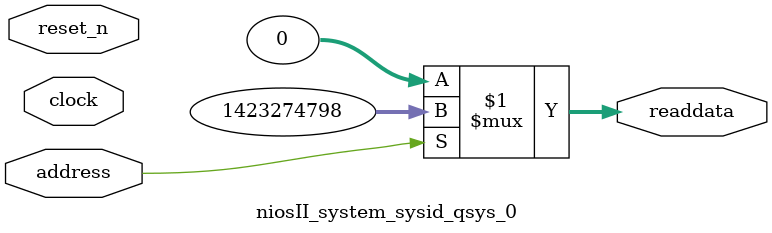
<source format=v>

`timescale 1ns / 1ps
// synthesis translate_on

// turn off superfluous verilog processor warnings 
// altera message_level Level1 
// altera message_off 10034 10035 10036 10037 10230 10240 10030 

module niosII_system_sysid_qsys_0 (
               // inputs:
                address,
                clock,
                reset_n,

               // outputs:
                readdata
             )
;

  output  [ 31: 0] readdata;
  input            address;
  input            clock;
  input            reset_n;

  wire    [ 31: 0] readdata;
  //control_slave, which is an e_avalon_slave
  assign readdata = address ? 1423274798 : 0;

endmodule




</source>
